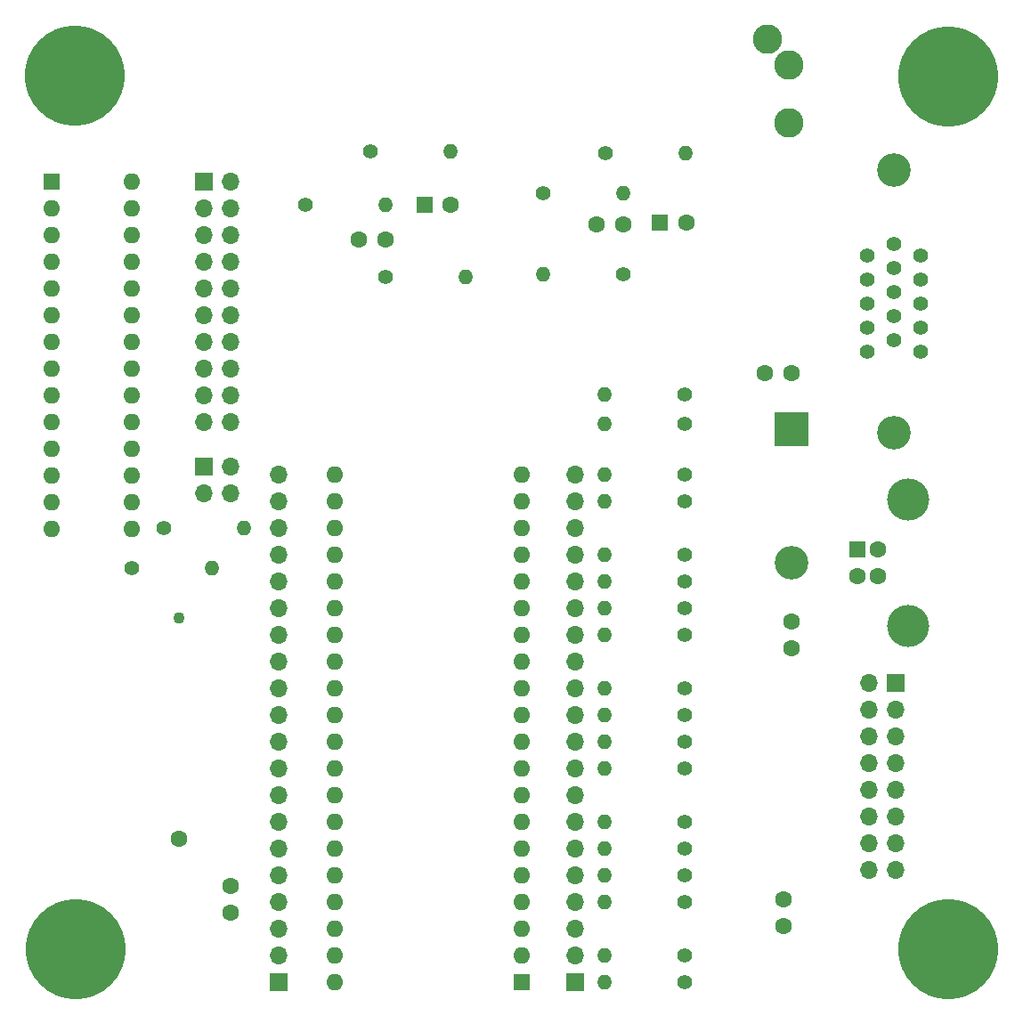
<source format=gbr>
G04 #@! TF.GenerationSoftware,KiCad,Pcbnew,(6.0.1)*
G04 #@! TF.CreationDate,2022-05-14T09:46:04-04:00*
G04 #@! TF.ProjectId,PiPico-01,50695069-636f-42d3-9031-2e6b69636164,2*
G04 #@! TF.SameCoordinates,Original*
G04 #@! TF.FileFunction,Soldermask,Bot*
G04 #@! TF.FilePolarity,Negative*
%FSLAX46Y46*%
G04 Gerber Fmt 4.6, Leading zero omitted, Abs format (unit mm)*
G04 Created by KiCad (PCBNEW (6.0.1)) date 2022-05-14 09:46:04*
%MOMM*%
%LPD*%
G01*
G04 APERTURE LIST*
%ADD10R,1.700000X1.700000*%
%ADD11O,1.700000X1.700000*%
%ADD12C,9.525000*%
%ADD13C,3.200000*%
%ADD14C,1.397000*%
%ADD15C,1.600000*%
%ADD16C,1.100000*%
%ADD17C,1.400000*%
%ADD18O,1.400000X1.400000*%
%ADD19R,1.600000X1.600000*%
%ADD20O,1.600000X1.600000*%
%ADD21C,4.000000*%
%ADD22R,3.200000X3.200000*%
%ADD23O,3.200000X3.200000*%
%ADD24C,2.800000*%
G04 APERTURE END LIST*
D10*
X93980000Y-73660000D03*
D11*
X91440000Y-73660000D03*
X93980000Y-76200000D03*
X91440000Y-76200000D03*
X93980000Y-78740000D03*
X91440000Y-78740000D03*
X93980000Y-81280000D03*
X91440000Y-81280000D03*
X93980000Y-83820000D03*
X91440000Y-83820000D03*
X93980000Y-86360000D03*
X91440000Y-86360000D03*
X93980000Y-88900000D03*
X91440000Y-88900000D03*
X93980000Y-91440000D03*
X91440000Y-91440000D03*
D12*
X15875000Y-15875000D03*
X99000000Y-99000000D03*
X16000000Y-99000000D03*
X99000000Y-16000000D03*
D13*
X93779340Y-24843740D03*
X93779340Y-49832260D03*
D14*
X91239340Y-33027620D03*
X91239340Y-35318700D03*
X91239340Y-37604700D03*
X91239340Y-39898320D03*
X91239340Y-42186860D03*
X93779340Y-31882080D03*
X93779340Y-34173160D03*
X93779340Y-36464240D03*
X93779340Y-38752780D03*
X93779340Y-41043860D03*
X96319340Y-33027620D03*
X96319340Y-35318700D03*
X96316800Y-37607240D03*
X96319340Y-39898320D03*
X96319340Y-42186860D03*
D15*
X25821500Y-88494000D03*
D16*
X25821500Y-67494000D03*
D17*
X73914000Y-91948000D03*
D18*
X66294000Y-91948000D03*
D17*
X73914000Y-89408000D03*
D18*
X66294000Y-89408000D03*
D17*
X73914000Y-94488000D03*
D18*
X66294000Y-94488000D03*
D17*
X73914000Y-99568000D03*
D18*
X66294000Y-99568000D03*
D17*
X73914000Y-102108000D03*
D18*
X66294000Y-102108000D03*
D17*
X73914000Y-69088000D03*
D18*
X66294000Y-69088000D03*
D17*
X68072000Y-34798000D03*
D18*
X60452000Y-34798000D03*
D17*
X73914000Y-74168000D03*
D18*
X66294000Y-74168000D03*
D17*
X73914000Y-76708000D03*
D18*
X66294000Y-76708000D03*
D17*
X73914000Y-79248000D03*
D18*
X66294000Y-79248000D03*
D17*
X73914000Y-81788000D03*
D18*
X66294000Y-81788000D03*
D17*
X73914000Y-53848000D03*
D18*
X66294000Y-53848000D03*
D17*
X73914000Y-56388000D03*
D18*
X66294000Y-56388000D03*
D17*
X73914000Y-61468000D03*
D18*
X66294000Y-61468000D03*
D17*
X73914000Y-64008000D03*
D18*
X66294000Y-64008000D03*
D17*
X73914000Y-66548000D03*
D18*
X66294000Y-66548000D03*
X68072000Y-27076400D03*
D17*
X60452000Y-27076400D03*
X73914000Y-86868000D03*
D18*
X66294000Y-86868000D03*
D17*
X73914000Y-46228000D03*
D18*
X66294000Y-46228000D03*
D17*
X73914000Y-49022000D03*
D18*
X66294000Y-49022000D03*
D19*
X58425004Y-102102996D03*
D20*
X58425004Y-99562996D03*
X58425004Y-97022996D03*
X58425004Y-94482996D03*
X58425004Y-91942996D03*
X58425004Y-89402996D03*
X58425004Y-86862996D03*
X58425004Y-84322996D03*
X58425004Y-81782996D03*
X58425004Y-79242996D03*
X58425004Y-76702996D03*
X58425004Y-74162996D03*
X58425004Y-71622996D03*
X58425004Y-69082996D03*
X58425004Y-66542996D03*
X58425004Y-64002996D03*
X58425004Y-61462996D03*
X58425004Y-58922996D03*
X58425004Y-56382996D03*
X58425004Y-53842996D03*
X40645004Y-53842996D03*
X40645004Y-56382996D03*
X40645004Y-58922996D03*
X40645004Y-61462996D03*
X40645004Y-64002996D03*
X40645004Y-66542996D03*
X40645004Y-69082996D03*
X40645004Y-71622996D03*
X40645004Y-74162996D03*
X40645004Y-76702996D03*
X40645004Y-79242996D03*
X40645004Y-81782996D03*
X40645004Y-84322996D03*
X40645004Y-86862996D03*
X40645004Y-89402996D03*
X40645004Y-91942996D03*
X40645004Y-94482996D03*
X40645004Y-97022996D03*
X40645004Y-99562996D03*
X40645004Y-102102996D03*
D19*
X90297000Y-60980000D03*
D15*
X90297000Y-63480000D03*
X92297000Y-63480000D03*
X92297000Y-60980000D03*
D21*
X95157000Y-68230000D03*
X95157000Y-56230000D03*
D15*
X84054000Y-44196000D03*
X81554000Y-44196000D03*
D19*
X71540488Y-29921200D03*
D15*
X74040488Y-29921200D03*
X68052000Y-30022800D03*
X65552000Y-30022800D03*
X84074000Y-67838000D03*
X84074000Y-70338000D03*
X30734000Y-92984000D03*
X30734000Y-95484000D03*
X83312000Y-94254000D03*
X83312000Y-96754000D03*
D22*
X84074000Y-49530000D03*
D23*
X84074000Y-62230000D03*
D15*
X45446000Y-31496000D03*
X42946000Y-31496000D03*
D17*
X37846000Y-28194000D03*
D18*
X45466000Y-28194000D03*
D17*
X21336000Y-62738000D03*
D18*
X28956000Y-62738000D03*
D17*
X24384000Y-58928000D03*
D18*
X32004000Y-58928000D03*
D10*
X35306000Y-102108000D03*
D11*
X35306000Y-99568000D03*
X35306000Y-97028000D03*
X35306000Y-94488000D03*
X35306000Y-91948000D03*
X35306000Y-89408000D03*
X35306000Y-86868000D03*
X35306000Y-84328000D03*
X35306000Y-81788000D03*
X35306000Y-79248000D03*
X35306000Y-76708000D03*
X35306000Y-74168000D03*
X35306000Y-71628000D03*
X35306000Y-69088000D03*
X35306000Y-66548000D03*
X35306000Y-64008000D03*
X35306000Y-61468000D03*
X35306000Y-58928000D03*
X35306000Y-56388000D03*
X35306000Y-53848000D03*
D17*
X66395600Y-23266400D03*
D18*
X74015600Y-23266400D03*
D10*
X28189000Y-53081000D03*
D11*
X30729000Y-53081000D03*
X28189000Y-55621000D03*
X30729000Y-55621000D03*
D10*
X28189000Y-26015255D03*
D11*
X30729000Y-26015255D03*
X28189000Y-28555255D03*
X30729000Y-28555255D03*
X28189000Y-31095255D03*
X30729000Y-31095255D03*
X28189000Y-33635255D03*
X30729000Y-33635255D03*
X28189000Y-36175255D03*
X30729000Y-36175255D03*
X28189000Y-38715255D03*
X30729000Y-38715255D03*
X28189000Y-41255255D03*
X30729000Y-41255255D03*
X28189000Y-43795255D03*
X30729000Y-43795255D03*
X28189000Y-46335255D03*
X30729000Y-46335255D03*
X28189000Y-48875255D03*
X30729000Y-48875255D03*
D19*
X13726000Y-26020255D03*
D20*
X13726000Y-28560255D03*
X13726000Y-31100255D03*
X13726000Y-33640255D03*
X13726000Y-36180255D03*
X13726000Y-38720255D03*
X13726000Y-41260255D03*
X13726000Y-43800255D03*
X13726000Y-46340255D03*
X13726000Y-48880255D03*
X13726000Y-51420255D03*
X13726000Y-53960255D03*
X13726000Y-56500255D03*
X13726000Y-59040255D03*
X21346000Y-59040255D03*
X21346000Y-56500255D03*
X21346000Y-53960255D03*
X21346000Y-51420255D03*
X21346000Y-48880255D03*
X21346000Y-46340255D03*
X21346000Y-43800255D03*
X21346000Y-41260255D03*
X21346000Y-38720255D03*
X21346000Y-36180255D03*
X21346000Y-33640255D03*
X21346000Y-31100255D03*
X21346000Y-28560255D03*
X21346000Y-26020255D03*
D19*
X49159349Y-28194000D03*
D15*
X51659349Y-28194000D03*
D24*
X83788000Y-20356000D03*
X81788000Y-12456000D03*
X83788000Y-14856000D03*
D17*
X44043600Y-23114000D03*
D18*
X51663600Y-23114000D03*
D17*
X45466000Y-35052000D03*
D18*
X53086000Y-35052000D03*
D10*
X63500000Y-102108000D03*
D11*
X63500000Y-99568000D03*
X63500000Y-97028000D03*
X63500000Y-94488000D03*
X63500000Y-91948000D03*
X63500000Y-89408000D03*
X63500000Y-86868000D03*
X63500000Y-84328000D03*
X63500000Y-81788000D03*
X63500000Y-79248000D03*
X63500000Y-76708000D03*
X63500000Y-74168000D03*
X63500000Y-71628000D03*
X63500000Y-69088000D03*
X63500000Y-66548000D03*
X63500000Y-64008000D03*
X63500000Y-61468000D03*
X63500000Y-58928000D03*
X63500000Y-56388000D03*
X63500000Y-53848000D03*
M02*

</source>
